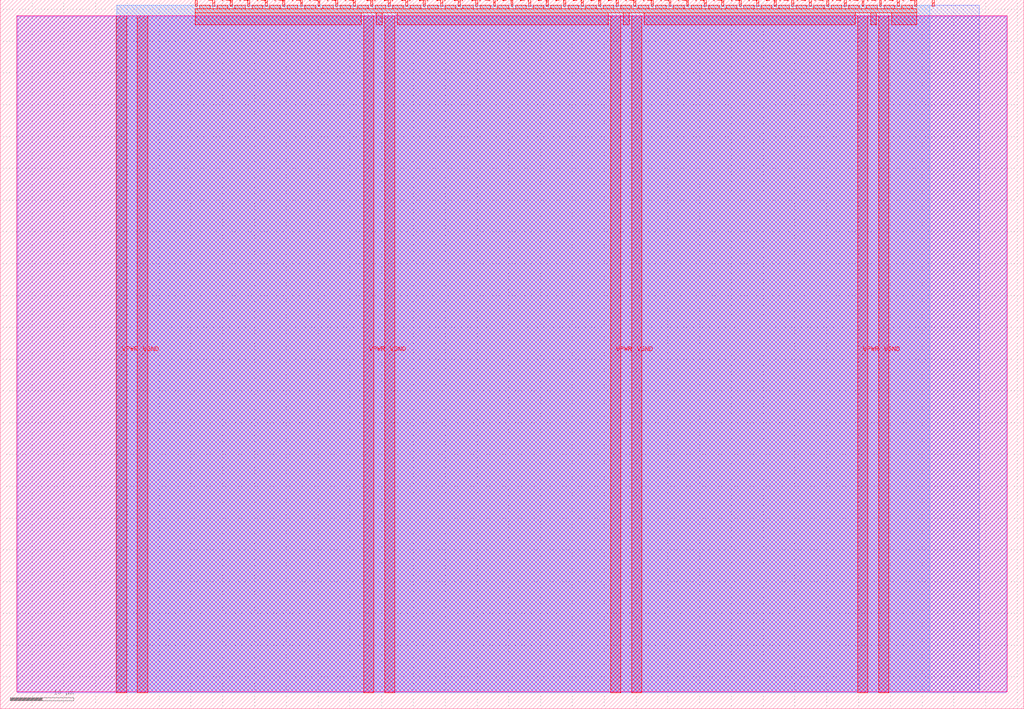
<source format=lef>
VERSION 5.7 ;
  NOWIREEXTENSIONATPIN ON ;
  DIVIDERCHAR "/" ;
  BUSBITCHARS "[]" ;
MACRO tt_um_weighted_majority
  CLASS BLOCK ;
  FOREIGN tt_um_weighted_majority ;
  ORIGIN 0.000 0.000 ;
  SIZE 161.000 BY 111.520 ;
  PIN VGND
    DIRECTION INOUT ;
    USE GROUND ;
    PORT
      LAYER met4 ;
        RECT 21.580 2.480 23.180 109.040 ;
    END
    PORT
      LAYER met4 ;
        RECT 60.450 2.480 62.050 109.040 ;
    END
    PORT
      LAYER met4 ;
        RECT 99.320 2.480 100.920 109.040 ;
    END
    PORT
      LAYER met4 ;
        RECT 138.190 2.480 139.790 109.040 ;
    END
  END VGND
  PIN VPWR
    DIRECTION INOUT ;
    USE POWER ;
    PORT
      LAYER met4 ;
        RECT 18.280 2.480 19.880 109.040 ;
    END
    PORT
      LAYER met4 ;
        RECT 57.150 2.480 58.750 109.040 ;
    END
    PORT
      LAYER met4 ;
        RECT 96.020 2.480 97.620 109.040 ;
    END
    PORT
      LAYER met4 ;
        RECT 134.890 2.480 136.490 109.040 ;
    END
  END VPWR
  PIN clk
    DIRECTION INPUT ;
    USE SIGNAL ;
    ANTENNAGATEAREA 0.852000 ;
    PORT
      LAYER met4 ;
        RECT 143.830 110.520 144.130 111.520 ;
    END
  END clk
  PIN ena
    DIRECTION INPUT ;
    USE SIGNAL ;
    PORT
      LAYER met4 ;
        RECT 146.590 110.520 146.890 111.520 ;
    END
  END ena
  PIN rst_n
    DIRECTION INPUT ;
    USE SIGNAL ;
    ANTENNAGATEAREA 0.213000 ;
    PORT
      LAYER met4 ;
        RECT 141.070 110.520 141.370 111.520 ;
    END
  END rst_n
  PIN ui_in[0]
    DIRECTION INPUT ;
    USE SIGNAL ;
    ANTENNAGATEAREA 0.196500 ;
    PORT
      LAYER met4 ;
        RECT 138.310 110.520 138.610 111.520 ;
    END
  END ui_in[0]
  PIN ui_in[1]
    DIRECTION INPUT ;
    USE SIGNAL ;
    PORT
      LAYER met4 ;
        RECT 135.550 110.520 135.850 111.520 ;
    END
  END ui_in[1]
  PIN ui_in[2]
    DIRECTION INPUT ;
    USE SIGNAL ;
    PORT
      LAYER met4 ;
        RECT 132.790 110.520 133.090 111.520 ;
    END
  END ui_in[2]
  PIN ui_in[3]
    DIRECTION INPUT ;
    USE SIGNAL ;
    PORT
      LAYER met4 ;
        RECT 130.030 110.520 130.330 111.520 ;
    END
  END ui_in[3]
  PIN ui_in[4]
    DIRECTION INPUT ;
    USE SIGNAL ;
    PORT
      LAYER met4 ;
        RECT 127.270 110.520 127.570 111.520 ;
    END
  END ui_in[4]
  PIN ui_in[5]
    DIRECTION INPUT ;
    USE SIGNAL ;
    PORT
      LAYER met4 ;
        RECT 124.510 110.520 124.810 111.520 ;
    END
  END ui_in[5]
  PIN ui_in[6]
    DIRECTION INPUT ;
    USE SIGNAL ;
    PORT
      LAYER met4 ;
        RECT 121.750 110.520 122.050 111.520 ;
    END
  END ui_in[6]
  PIN ui_in[7]
    DIRECTION INPUT ;
    USE SIGNAL ;
    PORT
      LAYER met4 ;
        RECT 118.990 110.520 119.290 111.520 ;
    END
  END ui_in[7]
  PIN uio_in[0]
    DIRECTION INPUT ;
    USE SIGNAL ;
    PORT
      LAYER met4 ;
        RECT 116.230 110.520 116.530 111.520 ;
    END
  END uio_in[0]
  PIN uio_in[1]
    DIRECTION INPUT ;
    USE SIGNAL ;
    PORT
      LAYER met4 ;
        RECT 113.470 110.520 113.770 111.520 ;
    END
  END uio_in[1]
  PIN uio_in[2]
    DIRECTION INPUT ;
    USE SIGNAL ;
    PORT
      LAYER met4 ;
        RECT 110.710 110.520 111.010 111.520 ;
    END
  END uio_in[2]
  PIN uio_in[3]
    DIRECTION INPUT ;
    USE SIGNAL ;
    PORT
      LAYER met4 ;
        RECT 107.950 110.520 108.250 111.520 ;
    END
  END uio_in[3]
  PIN uio_in[4]
    DIRECTION INPUT ;
    USE SIGNAL ;
    PORT
      LAYER met4 ;
        RECT 105.190 110.520 105.490 111.520 ;
    END
  END uio_in[4]
  PIN uio_in[5]
    DIRECTION INPUT ;
    USE SIGNAL ;
    PORT
      LAYER met4 ;
        RECT 102.430 110.520 102.730 111.520 ;
    END
  END uio_in[5]
  PIN uio_in[6]
    DIRECTION INPUT ;
    USE SIGNAL ;
    PORT
      LAYER met4 ;
        RECT 99.670 110.520 99.970 111.520 ;
    END
  END uio_in[6]
  PIN uio_in[7]
    DIRECTION INPUT ;
    USE SIGNAL ;
    PORT
      LAYER met4 ;
        RECT 96.910 110.520 97.210 111.520 ;
    END
  END uio_in[7]
  PIN uio_oe[0]
    DIRECTION OUTPUT ;
    USE SIGNAL ;
    PORT
      LAYER met4 ;
        RECT 49.990 110.520 50.290 111.520 ;
    END
  END uio_oe[0]
  PIN uio_oe[1]
    DIRECTION OUTPUT ;
    USE SIGNAL ;
    PORT
      LAYER met4 ;
        RECT 47.230 110.520 47.530 111.520 ;
    END
  END uio_oe[1]
  PIN uio_oe[2]
    DIRECTION OUTPUT ;
    USE SIGNAL ;
    PORT
      LAYER met4 ;
        RECT 44.470 110.520 44.770 111.520 ;
    END
  END uio_oe[2]
  PIN uio_oe[3]
    DIRECTION OUTPUT ;
    USE SIGNAL ;
    PORT
      LAYER met4 ;
        RECT 41.710 110.520 42.010 111.520 ;
    END
  END uio_oe[3]
  PIN uio_oe[4]
    DIRECTION OUTPUT ;
    USE SIGNAL ;
    PORT
      LAYER met4 ;
        RECT 38.950 110.520 39.250 111.520 ;
    END
  END uio_oe[4]
  PIN uio_oe[5]
    DIRECTION OUTPUT ;
    USE SIGNAL ;
    PORT
      LAYER met4 ;
        RECT 36.190 110.520 36.490 111.520 ;
    END
  END uio_oe[5]
  PIN uio_oe[6]
    DIRECTION OUTPUT ;
    USE SIGNAL ;
    PORT
      LAYER met4 ;
        RECT 33.430 110.520 33.730 111.520 ;
    END
  END uio_oe[6]
  PIN uio_oe[7]
    DIRECTION OUTPUT ;
    USE SIGNAL ;
    PORT
      LAYER met4 ;
        RECT 30.670 110.520 30.970 111.520 ;
    END
  END uio_oe[7]
  PIN uio_out[0]
    DIRECTION OUTPUT ;
    USE SIGNAL ;
    PORT
      LAYER met4 ;
        RECT 72.070 110.520 72.370 111.520 ;
    END
  END uio_out[0]
  PIN uio_out[1]
    DIRECTION OUTPUT ;
    USE SIGNAL ;
    PORT
      LAYER met4 ;
        RECT 69.310 110.520 69.610 111.520 ;
    END
  END uio_out[1]
  PIN uio_out[2]
    DIRECTION OUTPUT ;
    USE SIGNAL ;
    PORT
      LAYER met4 ;
        RECT 66.550 110.520 66.850 111.520 ;
    END
  END uio_out[2]
  PIN uio_out[3]
    DIRECTION OUTPUT ;
    USE SIGNAL ;
    PORT
      LAYER met4 ;
        RECT 63.790 110.520 64.090 111.520 ;
    END
  END uio_out[3]
  PIN uio_out[4]
    DIRECTION OUTPUT ;
    USE SIGNAL ;
    PORT
      LAYER met4 ;
        RECT 61.030 110.520 61.330 111.520 ;
    END
  END uio_out[4]
  PIN uio_out[5]
    DIRECTION OUTPUT ;
    USE SIGNAL ;
    PORT
      LAYER met4 ;
        RECT 58.270 110.520 58.570 111.520 ;
    END
  END uio_out[5]
  PIN uio_out[6]
    DIRECTION OUTPUT ;
    USE SIGNAL ;
    PORT
      LAYER met4 ;
        RECT 55.510 110.520 55.810 111.520 ;
    END
  END uio_out[6]
  PIN uio_out[7]
    DIRECTION OUTPUT ;
    USE SIGNAL ;
    PORT
      LAYER met4 ;
        RECT 52.750 110.520 53.050 111.520 ;
    END
  END uio_out[7]
  PIN uo_out[0]
    DIRECTION OUTPUT ;
    USE SIGNAL ;
    ANTENNADIFFAREA 0.795200 ;
    PORT
      LAYER met4 ;
        RECT 94.150 110.520 94.450 111.520 ;
    END
  END uo_out[0]
  PIN uo_out[1]
    DIRECTION OUTPUT ;
    USE SIGNAL ;
    PORT
      LAYER met4 ;
        RECT 91.390 110.520 91.690 111.520 ;
    END
  END uo_out[1]
  PIN uo_out[2]
    DIRECTION OUTPUT ;
    USE SIGNAL ;
    PORT
      LAYER met4 ;
        RECT 88.630 110.520 88.930 111.520 ;
    END
  END uo_out[2]
  PIN uo_out[3]
    DIRECTION OUTPUT ;
    USE SIGNAL ;
    PORT
      LAYER met4 ;
        RECT 85.870 110.520 86.170 111.520 ;
    END
  END uo_out[3]
  PIN uo_out[4]
    DIRECTION OUTPUT ;
    USE SIGNAL ;
    PORT
      LAYER met4 ;
        RECT 83.110 110.520 83.410 111.520 ;
    END
  END uo_out[4]
  PIN uo_out[5]
    DIRECTION OUTPUT ;
    USE SIGNAL ;
    PORT
      LAYER met4 ;
        RECT 80.350 110.520 80.650 111.520 ;
    END
  END uo_out[5]
  PIN uo_out[6]
    DIRECTION OUTPUT ;
    USE SIGNAL ;
    PORT
      LAYER met4 ;
        RECT 77.590 110.520 77.890 111.520 ;
    END
  END uo_out[6]
  PIN uo_out[7]
    DIRECTION OUTPUT ;
    USE SIGNAL ;
    PORT
      LAYER met4 ;
        RECT 74.830 110.520 75.130 111.520 ;
    END
  END uo_out[7]
  OBS
      LAYER nwell ;
        RECT 2.570 2.635 158.430 108.990 ;
      LAYER li1 ;
        RECT 2.760 2.635 158.240 108.885 ;
      LAYER met1 ;
        RECT 2.760 2.480 158.240 109.040 ;
      LAYER met2 ;
        RECT 18.310 2.535 154.000 110.685 ;
      LAYER met3 ;
        RECT 18.290 2.555 146.215 110.665 ;
      LAYER met4 ;
        RECT 31.370 110.120 33.030 110.665 ;
        RECT 34.130 110.120 35.790 110.665 ;
        RECT 36.890 110.120 38.550 110.665 ;
        RECT 39.650 110.120 41.310 110.665 ;
        RECT 42.410 110.120 44.070 110.665 ;
        RECT 45.170 110.120 46.830 110.665 ;
        RECT 47.930 110.120 49.590 110.665 ;
        RECT 50.690 110.120 52.350 110.665 ;
        RECT 53.450 110.120 55.110 110.665 ;
        RECT 56.210 110.120 57.870 110.665 ;
        RECT 58.970 110.120 60.630 110.665 ;
        RECT 61.730 110.120 63.390 110.665 ;
        RECT 64.490 110.120 66.150 110.665 ;
        RECT 67.250 110.120 68.910 110.665 ;
        RECT 70.010 110.120 71.670 110.665 ;
        RECT 72.770 110.120 74.430 110.665 ;
        RECT 75.530 110.120 77.190 110.665 ;
        RECT 78.290 110.120 79.950 110.665 ;
        RECT 81.050 110.120 82.710 110.665 ;
        RECT 83.810 110.120 85.470 110.665 ;
        RECT 86.570 110.120 88.230 110.665 ;
        RECT 89.330 110.120 90.990 110.665 ;
        RECT 92.090 110.120 93.750 110.665 ;
        RECT 94.850 110.120 96.510 110.665 ;
        RECT 97.610 110.120 99.270 110.665 ;
        RECT 100.370 110.120 102.030 110.665 ;
        RECT 103.130 110.120 104.790 110.665 ;
        RECT 105.890 110.120 107.550 110.665 ;
        RECT 108.650 110.120 110.310 110.665 ;
        RECT 111.410 110.120 113.070 110.665 ;
        RECT 114.170 110.120 115.830 110.665 ;
        RECT 116.930 110.120 118.590 110.665 ;
        RECT 119.690 110.120 121.350 110.665 ;
        RECT 122.450 110.120 124.110 110.665 ;
        RECT 125.210 110.120 126.870 110.665 ;
        RECT 127.970 110.120 129.630 110.665 ;
        RECT 130.730 110.120 132.390 110.665 ;
        RECT 133.490 110.120 135.150 110.665 ;
        RECT 136.250 110.120 137.910 110.665 ;
        RECT 139.010 110.120 140.670 110.665 ;
        RECT 141.770 110.120 143.430 110.665 ;
        RECT 30.655 109.440 144.145 110.120 ;
        RECT 30.655 107.615 56.750 109.440 ;
        RECT 59.150 107.615 60.050 109.440 ;
        RECT 62.450 107.615 95.620 109.440 ;
        RECT 98.020 107.615 98.920 109.440 ;
        RECT 101.320 107.615 134.490 109.440 ;
        RECT 136.890 107.615 137.790 109.440 ;
        RECT 140.190 107.615 144.145 109.440 ;
  END
END tt_um_weighted_majority
END LIBRARY


</source>
